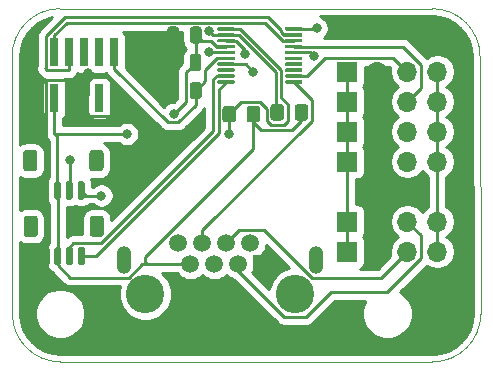
<source format=gbr>
G04 #@! TF.GenerationSoftware,KiCad,Pcbnew,(5.1.9)-1*
G04 #@! TF.CreationDate,2021-06-18T22:21:00-05:00*
G04 #@! TF.ProjectId,InputBoardSTM32,496e7075-7442-46f6-9172-6453544d3332,rev?*
G04 #@! TF.SameCoordinates,Original*
G04 #@! TF.FileFunction,Copper,L1,Top*
G04 #@! TF.FilePolarity,Positive*
%FSLAX46Y46*%
G04 Gerber Fmt 4.6, Leading zero omitted, Abs format (unit mm)*
G04 Created by KiCad (PCBNEW (5.1.9)-1) date 2021-06-18 22:21:00*
%MOMM*%
%LPD*%
G01*
G04 APERTURE LIST*
G04 #@! TA.AperFunction,Profile*
%ADD10C,0.050000*%
G04 #@! TD*
G04 #@! TA.AperFunction,ComponentPad*
%ADD11O,1.700000X1.700000*%
G04 #@! TD*
G04 #@! TA.AperFunction,ComponentPad*
%ADD12R,1.700000X1.700000*%
G04 #@! TD*
G04 #@! TA.AperFunction,SMDPad,CuDef*
%ADD13R,0.740000X2.400000*%
G04 #@! TD*
G04 #@! TA.AperFunction,ComponentPad*
%ADD14O,1.259000X2.362000*%
G04 #@! TD*
G04 #@! TA.AperFunction,ComponentPad*
%ADD15R,1.500000X1.500000*%
G04 #@! TD*
G04 #@! TA.AperFunction,ComponentPad*
%ADD16C,1.500000*%
G04 #@! TD*
G04 #@! TA.AperFunction,WasherPad*
%ADD17C,3.250000*%
G04 #@! TD*
G04 #@! TA.AperFunction,ViaPad*
%ADD18C,0.800000*%
G04 #@! TD*
G04 #@! TA.AperFunction,Conductor*
%ADD19C,0.250000*%
G04 #@! TD*
G04 #@! TA.AperFunction,Conductor*
%ADD20C,0.254000*%
G04 #@! TD*
G04 #@! TA.AperFunction,Conductor*
%ADD21C,0.100000*%
G04 #@! TD*
G04 APERTURE END LIST*
D10*
X132588000Y-110680500D02*
X132557520Y-88900000D01*
X136652000Y-114744500D02*
G75*
G02*
X132588000Y-110680500I0J4064000D01*
G01*
X168153080Y-114744500D02*
X136652000Y-114744500D01*
X172186600Y-88900000D02*
X172250164Y-110670340D01*
X172250164Y-110670340D02*
G75*
G02*
X168153080Y-114744500I-4074224J0D01*
G01*
X168122600Y-84836000D02*
X136621520Y-84836000D01*
X132557520Y-88900000D02*
G75*
G02*
X136621520Y-84836000I4064000J0D01*
G01*
X168122600Y-84836000D02*
G75*
G02*
X172186600Y-88900000I0J-4064000D01*
G01*
D11*
X168569640Y-95250000D03*
X166029640Y-95250000D03*
X163489640Y-95250000D03*
D12*
X160949640Y-95250000D03*
D11*
X168569640Y-97790000D03*
X166029640Y-97790000D03*
X163489640Y-97790000D03*
D12*
X160949640Y-97790000D03*
D11*
X168569640Y-92710000D03*
X166029640Y-92710000D03*
X163489640Y-92710000D03*
D12*
X160949640Y-92710000D03*
X160949640Y-90170000D03*
D11*
X163489640Y-90170000D03*
X166029640Y-90170000D03*
X168569640Y-90170000D03*
X168569640Y-102870000D03*
X166029640Y-102870000D03*
X163489640Y-102870000D03*
D12*
X160949640Y-102870000D03*
X160949640Y-105410000D03*
D11*
X163489640Y-105410000D03*
X166029640Y-105410000D03*
X168569640Y-105410000D03*
G04 #@! TA.AperFunction,SMDPad,CuDef*
G36*
G01*
X152418200Y-94226801D02*
X152418200Y-93326799D01*
G75*
G02*
X152668199Y-93076800I249999J0D01*
G01*
X153318201Y-93076800D01*
G75*
G02*
X153568200Y-93326799I0J-249999D01*
G01*
X153568200Y-94226801D01*
G75*
G02*
X153318201Y-94476800I-249999J0D01*
G01*
X152668199Y-94476800D01*
G75*
G02*
X152418200Y-94226801I0J249999D01*
G01*
G37*
G04 #@! TD.AperFunction*
G04 #@! TA.AperFunction,SMDPad,CuDef*
G36*
G01*
X150368200Y-94226801D02*
X150368200Y-93326799D01*
G75*
G02*
X150618199Y-93076800I249999J0D01*
G01*
X151268201Y-93076800D01*
G75*
G02*
X151518200Y-93326799I0J-249999D01*
G01*
X151518200Y-94226801D01*
G75*
G02*
X151268201Y-94476800I-249999J0D01*
G01*
X150618199Y-94476800D01*
G75*
G02*
X150368200Y-94226801I0J249999D01*
G01*
G37*
G04 #@! TD.AperFunction*
G04 #@! TA.AperFunction,SMDPad,CuDef*
G36*
G01*
X154432200Y-94074401D02*
X154432200Y-93174399D01*
G75*
G02*
X154682199Y-92924400I249999J0D01*
G01*
X155332201Y-92924400D01*
G75*
G02*
X155582200Y-93174399I0J-249999D01*
G01*
X155582200Y-94074401D01*
G75*
G02*
X155332201Y-94324400I-249999J0D01*
G01*
X154682199Y-94324400D01*
G75*
G02*
X154432200Y-94074401I0J249999D01*
G01*
G37*
G04 #@! TD.AperFunction*
G04 #@! TA.AperFunction,SMDPad,CuDef*
G36*
G01*
X156482200Y-94074401D02*
X156482200Y-93174399D01*
G75*
G02*
X156732199Y-92924400I249999J0D01*
G01*
X157382201Y-92924400D01*
G75*
G02*
X157632200Y-93174399I0J-249999D01*
G01*
X157632200Y-94074401D01*
G75*
G02*
X157382201Y-94324400I-249999J0D01*
G01*
X156732199Y-94324400D01*
G75*
G02*
X156482200Y-94074401I0J249999D01*
G01*
G37*
G04 #@! TD.AperFunction*
G04 #@! TA.AperFunction,SMDPad,CuDef*
G36*
G01*
X148617600Y-91295200D02*
X148617600Y-92245200D01*
G75*
G02*
X148367600Y-92495200I-250000J0D01*
G01*
X147867600Y-92495200D01*
G75*
G02*
X147617600Y-92245200I0J250000D01*
G01*
X147617600Y-91295200D01*
G75*
G02*
X147867600Y-91045200I250000J0D01*
G01*
X148367600Y-91045200D01*
G75*
G02*
X148617600Y-91295200I0J-250000D01*
G01*
G37*
G04 #@! TD.AperFunction*
G04 #@! TA.AperFunction,SMDPad,CuDef*
G36*
G01*
X146717600Y-91295200D02*
X146717600Y-92245200D01*
G75*
G02*
X146467600Y-92495200I-250000J0D01*
G01*
X145967600Y-92495200D01*
G75*
G02*
X145717600Y-92245200I0J250000D01*
G01*
X145717600Y-91295200D01*
G75*
G02*
X145967600Y-91045200I250000J0D01*
G01*
X146467600Y-91045200D01*
G75*
G02*
X146717600Y-91295200I0J-250000D01*
G01*
G37*
G04 #@! TD.AperFunction*
G04 #@! TA.AperFunction,SMDPad,CuDef*
G36*
G01*
X148592200Y-88933000D02*
X148592200Y-89883000D01*
G75*
G02*
X148342200Y-90133000I-250000J0D01*
G01*
X147842200Y-90133000D01*
G75*
G02*
X147592200Y-89883000I0J250000D01*
G01*
X147592200Y-88933000D01*
G75*
G02*
X147842200Y-88683000I250000J0D01*
G01*
X148342200Y-88683000D01*
G75*
G02*
X148592200Y-88933000I0J-250000D01*
G01*
G37*
G04 #@! TD.AperFunction*
G04 #@! TA.AperFunction,SMDPad,CuDef*
G36*
G01*
X146692200Y-88933000D02*
X146692200Y-89883000D01*
G75*
G02*
X146442200Y-90133000I-250000J0D01*
G01*
X145942200Y-90133000D01*
G75*
G02*
X145692200Y-89883000I0J250000D01*
G01*
X145692200Y-88933000D01*
G75*
G02*
X145942200Y-88683000I250000J0D01*
G01*
X146442200Y-88683000D01*
G75*
G02*
X146692200Y-88933000I0J-250000D01*
G01*
G37*
G04 #@! TD.AperFunction*
G04 #@! TA.AperFunction,SMDPad,CuDef*
G36*
G01*
X146717600Y-86596200D02*
X146717600Y-87546200D01*
G75*
G02*
X146467600Y-87796200I-250000J0D01*
G01*
X145967600Y-87796200D01*
G75*
G02*
X145717600Y-87546200I0J250000D01*
G01*
X145717600Y-86596200D01*
G75*
G02*
X145967600Y-86346200I250000J0D01*
G01*
X146467600Y-86346200D01*
G75*
G02*
X146717600Y-86596200I0J-250000D01*
G01*
G37*
G04 #@! TD.AperFunction*
G04 #@! TA.AperFunction,SMDPad,CuDef*
G36*
G01*
X148617600Y-86596200D02*
X148617600Y-87546200D01*
G75*
G02*
X148367600Y-87796200I-250000J0D01*
G01*
X147867600Y-87796200D01*
G75*
G02*
X147617600Y-87546200I0J250000D01*
G01*
X147617600Y-86596200D01*
G75*
G02*
X147867600Y-86346200I250000J0D01*
G01*
X148367600Y-86346200D01*
G75*
G02*
X148617600Y-86596200I0J-250000D01*
G01*
G37*
G04 #@! TD.AperFunction*
D13*
X141224000Y-88524800D03*
X141224000Y-92424800D03*
X139954000Y-88524800D03*
X139954000Y-92424800D03*
X138684000Y-88524800D03*
X138684000Y-92424800D03*
X137414000Y-88524800D03*
X137414000Y-92424800D03*
X136144000Y-88524800D03*
X136144000Y-92424800D03*
G04 #@! TA.AperFunction,SMDPad,CuDef*
G36*
G01*
X149943000Y-86623400D02*
X149943000Y-86473400D01*
G75*
G02*
X150018000Y-86398400I75000J0D01*
G01*
X151343000Y-86398400D01*
G75*
G02*
X151418000Y-86473400I0J-75000D01*
G01*
X151418000Y-86623400D01*
G75*
G02*
X151343000Y-86698400I-75000J0D01*
G01*
X150018000Y-86698400D01*
G75*
G02*
X149943000Y-86623400I0J75000D01*
G01*
G37*
G04 #@! TD.AperFunction*
G04 #@! TA.AperFunction,SMDPad,CuDef*
G36*
G01*
X149943000Y-87123400D02*
X149943000Y-86973400D01*
G75*
G02*
X150018000Y-86898400I75000J0D01*
G01*
X151343000Y-86898400D01*
G75*
G02*
X151418000Y-86973400I0J-75000D01*
G01*
X151418000Y-87123400D01*
G75*
G02*
X151343000Y-87198400I-75000J0D01*
G01*
X150018000Y-87198400D01*
G75*
G02*
X149943000Y-87123400I0J75000D01*
G01*
G37*
G04 #@! TD.AperFunction*
G04 #@! TA.AperFunction,SMDPad,CuDef*
G36*
G01*
X149943000Y-87623400D02*
X149943000Y-87473400D01*
G75*
G02*
X150018000Y-87398400I75000J0D01*
G01*
X151343000Y-87398400D01*
G75*
G02*
X151418000Y-87473400I0J-75000D01*
G01*
X151418000Y-87623400D01*
G75*
G02*
X151343000Y-87698400I-75000J0D01*
G01*
X150018000Y-87698400D01*
G75*
G02*
X149943000Y-87623400I0J75000D01*
G01*
G37*
G04 #@! TD.AperFunction*
G04 #@! TA.AperFunction,SMDPad,CuDef*
G36*
G01*
X149943000Y-88123400D02*
X149943000Y-87973400D01*
G75*
G02*
X150018000Y-87898400I75000J0D01*
G01*
X151343000Y-87898400D01*
G75*
G02*
X151418000Y-87973400I0J-75000D01*
G01*
X151418000Y-88123400D01*
G75*
G02*
X151343000Y-88198400I-75000J0D01*
G01*
X150018000Y-88198400D01*
G75*
G02*
X149943000Y-88123400I0J75000D01*
G01*
G37*
G04 #@! TD.AperFunction*
G04 #@! TA.AperFunction,SMDPad,CuDef*
G36*
G01*
X149943000Y-88623400D02*
X149943000Y-88473400D01*
G75*
G02*
X150018000Y-88398400I75000J0D01*
G01*
X151343000Y-88398400D01*
G75*
G02*
X151418000Y-88473400I0J-75000D01*
G01*
X151418000Y-88623400D01*
G75*
G02*
X151343000Y-88698400I-75000J0D01*
G01*
X150018000Y-88698400D01*
G75*
G02*
X149943000Y-88623400I0J75000D01*
G01*
G37*
G04 #@! TD.AperFunction*
G04 #@! TA.AperFunction,SMDPad,CuDef*
G36*
G01*
X149943000Y-89123400D02*
X149943000Y-88973400D01*
G75*
G02*
X150018000Y-88898400I75000J0D01*
G01*
X151343000Y-88898400D01*
G75*
G02*
X151418000Y-88973400I0J-75000D01*
G01*
X151418000Y-89123400D01*
G75*
G02*
X151343000Y-89198400I-75000J0D01*
G01*
X150018000Y-89198400D01*
G75*
G02*
X149943000Y-89123400I0J75000D01*
G01*
G37*
G04 #@! TD.AperFunction*
G04 #@! TA.AperFunction,SMDPad,CuDef*
G36*
G01*
X149943000Y-89623400D02*
X149943000Y-89473400D01*
G75*
G02*
X150018000Y-89398400I75000J0D01*
G01*
X151343000Y-89398400D01*
G75*
G02*
X151418000Y-89473400I0J-75000D01*
G01*
X151418000Y-89623400D01*
G75*
G02*
X151343000Y-89698400I-75000J0D01*
G01*
X150018000Y-89698400D01*
G75*
G02*
X149943000Y-89623400I0J75000D01*
G01*
G37*
G04 #@! TD.AperFunction*
G04 #@! TA.AperFunction,SMDPad,CuDef*
G36*
G01*
X149943000Y-90123400D02*
X149943000Y-89973400D01*
G75*
G02*
X150018000Y-89898400I75000J0D01*
G01*
X151343000Y-89898400D01*
G75*
G02*
X151418000Y-89973400I0J-75000D01*
G01*
X151418000Y-90123400D01*
G75*
G02*
X151343000Y-90198400I-75000J0D01*
G01*
X150018000Y-90198400D01*
G75*
G02*
X149943000Y-90123400I0J75000D01*
G01*
G37*
G04 #@! TD.AperFunction*
G04 #@! TA.AperFunction,SMDPad,CuDef*
G36*
G01*
X149943000Y-90623400D02*
X149943000Y-90473400D01*
G75*
G02*
X150018000Y-90398400I75000J0D01*
G01*
X151343000Y-90398400D01*
G75*
G02*
X151418000Y-90473400I0J-75000D01*
G01*
X151418000Y-90623400D01*
G75*
G02*
X151343000Y-90698400I-75000J0D01*
G01*
X150018000Y-90698400D01*
G75*
G02*
X149943000Y-90623400I0J75000D01*
G01*
G37*
G04 #@! TD.AperFunction*
G04 #@! TA.AperFunction,SMDPad,CuDef*
G36*
G01*
X149943000Y-91123400D02*
X149943000Y-90973400D01*
G75*
G02*
X150018000Y-90898400I75000J0D01*
G01*
X151343000Y-90898400D01*
G75*
G02*
X151418000Y-90973400I0J-75000D01*
G01*
X151418000Y-91123400D01*
G75*
G02*
X151343000Y-91198400I-75000J0D01*
G01*
X150018000Y-91198400D01*
G75*
G02*
X149943000Y-91123400I0J75000D01*
G01*
G37*
G04 #@! TD.AperFunction*
G04 #@! TA.AperFunction,SMDPad,CuDef*
G36*
G01*
X155668000Y-91123400D02*
X155668000Y-90973400D01*
G75*
G02*
X155743000Y-90898400I75000J0D01*
G01*
X157068000Y-90898400D01*
G75*
G02*
X157143000Y-90973400I0J-75000D01*
G01*
X157143000Y-91123400D01*
G75*
G02*
X157068000Y-91198400I-75000J0D01*
G01*
X155743000Y-91198400D01*
G75*
G02*
X155668000Y-91123400I0J75000D01*
G01*
G37*
G04 #@! TD.AperFunction*
G04 #@! TA.AperFunction,SMDPad,CuDef*
G36*
G01*
X155668000Y-90623400D02*
X155668000Y-90473400D01*
G75*
G02*
X155743000Y-90398400I75000J0D01*
G01*
X157068000Y-90398400D01*
G75*
G02*
X157143000Y-90473400I0J-75000D01*
G01*
X157143000Y-90623400D01*
G75*
G02*
X157068000Y-90698400I-75000J0D01*
G01*
X155743000Y-90698400D01*
G75*
G02*
X155668000Y-90623400I0J75000D01*
G01*
G37*
G04 #@! TD.AperFunction*
G04 #@! TA.AperFunction,SMDPad,CuDef*
G36*
G01*
X155668000Y-90123400D02*
X155668000Y-89973400D01*
G75*
G02*
X155743000Y-89898400I75000J0D01*
G01*
X157068000Y-89898400D01*
G75*
G02*
X157143000Y-89973400I0J-75000D01*
G01*
X157143000Y-90123400D01*
G75*
G02*
X157068000Y-90198400I-75000J0D01*
G01*
X155743000Y-90198400D01*
G75*
G02*
X155668000Y-90123400I0J75000D01*
G01*
G37*
G04 #@! TD.AperFunction*
G04 #@! TA.AperFunction,SMDPad,CuDef*
G36*
G01*
X155668000Y-89623400D02*
X155668000Y-89473400D01*
G75*
G02*
X155743000Y-89398400I75000J0D01*
G01*
X157068000Y-89398400D01*
G75*
G02*
X157143000Y-89473400I0J-75000D01*
G01*
X157143000Y-89623400D01*
G75*
G02*
X157068000Y-89698400I-75000J0D01*
G01*
X155743000Y-89698400D01*
G75*
G02*
X155668000Y-89623400I0J75000D01*
G01*
G37*
G04 #@! TD.AperFunction*
G04 #@! TA.AperFunction,SMDPad,CuDef*
G36*
G01*
X155668000Y-89123400D02*
X155668000Y-88973400D01*
G75*
G02*
X155743000Y-88898400I75000J0D01*
G01*
X157068000Y-88898400D01*
G75*
G02*
X157143000Y-88973400I0J-75000D01*
G01*
X157143000Y-89123400D01*
G75*
G02*
X157068000Y-89198400I-75000J0D01*
G01*
X155743000Y-89198400D01*
G75*
G02*
X155668000Y-89123400I0J75000D01*
G01*
G37*
G04 #@! TD.AperFunction*
G04 #@! TA.AperFunction,SMDPad,CuDef*
G36*
G01*
X155668000Y-88623400D02*
X155668000Y-88473400D01*
G75*
G02*
X155743000Y-88398400I75000J0D01*
G01*
X157068000Y-88398400D01*
G75*
G02*
X157143000Y-88473400I0J-75000D01*
G01*
X157143000Y-88623400D01*
G75*
G02*
X157068000Y-88698400I-75000J0D01*
G01*
X155743000Y-88698400D01*
G75*
G02*
X155668000Y-88623400I0J75000D01*
G01*
G37*
G04 #@! TD.AperFunction*
G04 #@! TA.AperFunction,SMDPad,CuDef*
G36*
G01*
X155668000Y-88123400D02*
X155668000Y-87973400D01*
G75*
G02*
X155743000Y-87898400I75000J0D01*
G01*
X157068000Y-87898400D01*
G75*
G02*
X157143000Y-87973400I0J-75000D01*
G01*
X157143000Y-88123400D01*
G75*
G02*
X157068000Y-88198400I-75000J0D01*
G01*
X155743000Y-88198400D01*
G75*
G02*
X155668000Y-88123400I0J75000D01*
G01*
G37*
G04 #@! TD.AperFunction*
G04 #@! TA.AperFunction,SMDPad,CuDef*
G36*
G01*
X155668000Y-87623400D02*
X155668000Y-87473400D01*
G75*
G02*
X155743000Y-87398400I75000J0D01*
G01*
X157068000Y-87398400D01*
G75*
G02*
X157143000Y-87473400I0J-75000D01*
G01*
X157143000Y-87623400D01*
G75*
G02*
X157068000Y-87698400I-75000J0D01*
G01*
X155743000Y-87698400D01*
G75*
G02*
X155668000Y-87623400I0J75000D01*
G01*
G37*
G04 #@! TD.AperFunction*
G04 #@! TA.AperFunction,SMDPad,CuDef*
G36*
G01*
X155668000Y-87123400D02*
X155668000Y-86973400D01*
G75*
G02*
X155743000Y-86898400I75000J0D01*
G01*
X157068000Y-86898400D01*
G75*
G02*
X157143000Y-86973400I0J-75000D01*
G01*
X157143000Y-87123400D01*
G75*
G02*
X157068000Y-87198400I-75000J0D01*
G01*
X155743000Y-87198400D01*
G75*
G02*
X155668000Y-87123400I0J75000D01*
G01*
G37*
G04 #@! TD.AperFunction*
G04 #@! TA.AperFunction,SMDPad,CuDef*
G36*
G01*
X155668000Y-86623400D02*
X155668000Y-86473400D01*
G75*
G02*
X155743000Y-86398400I75000J0D01*
G01*
X157068000Y-86398400D01*
G75*
G02*
X157143000Y-86473400I0J-75000D01*
G01*
X157143000Y-86623400D01*
G75*
G02*
X157068000Y-86698400I-75000J0D01*
G01*
X155743000Y-86698400D01*
G75*
G02*
X155668000Y-86623400I0J75000D01*
G01*
G37*
G04 #@! TD.AperFunction*
G04 #@! TA.AperFunction,SMDPad,CuDef*
G36*
G01*
X135106000Y-100857600D02*
X135106000Y-99607600D01*
G75*
G02*
X135256000Y-99457600I150000J0D01*
G01*
X135556000Y-99457600D01*
G75*
G02*
X135706000Y-99607600I0J-150000D01*
G01*
X135706000Y-100857600D01*
G75*
G02*
X135556000Y-101007600I-150000J0D01*
G01*
X135256000Y-101007600D01*
G75*
G02*
X135106000Y-100857600I0J150000D01*
G01*
G37*
G04 #@! TD.AperFunction*
G04 #@! TA.AperFunction,SMDPad,CuDef*
G36*
G01*
X136106000Y-100857600D02*
X136106000Y-99607600D01*
G75*
G02*
X136256000Y-99457600I150000J0D01*
G01*
X136556000Y-99457600D01*
G75*
G02*
X136706000Y-99607600I0J-150000D01*
G01*
X136706000Y-100857600D01*
G75*
G02*
X136556000Y-101007600I-150000J0D01*
G01*
X136256000Y-101007600D01*
G75*
G02*
X136106000Y-100857600I0J150000D01*
G01*
G37*
G04 #@! TD.AperFunction*
G04 #@! TA.AperFunction,SMDPad,CuDef*
G36*
G01*
X137106000Y-100857600D02*
X137106000Y-99607600D01*
G75*
G02*
X137256000Y-99457600I150000J0D01*
G01*
X137556000Y-99457600D01*
G75*
G02*
X137706000Y-99607600I0J-150000D01*
G01*
X137706000Y-100857600D01*
G75*
G02*
X137556000Y-101007600I-150000J0D01*
G01*
X137256000Y-101007600D01*
G75*
G02*
X137106000Y-100857600I0J150000D01*
G01*
G37*
G04 #@! TD.AperFunction*
G04 #@! TA.AperFunction,SMDPad,CuDef*
G36*
G01*
X138106000Y-100857600D02*
X138106000Y-99607600D01*
G75*
G02*
X138256000Y-99457600I150000J0D01*
G01*
X138556000Y-99457600D01*
G75*
G02*
X138706000Y-99607600I0J-150000D01*
G01*
X138706000Y-100857600D01*
G75*
G02*
X138556000Y-101007600I-150000J0D01*
G01*
X138256000Y-101007600D01*
G75*
G02*
X138106000Y-100857600I0J150000D01*
G01*
G37*
G04 #@! TD.AperFunction*
G04 #@! TA.AperFunction,SMDPad,CuDef*
G36*
G01*
X133506000Y-98357601D02*
X133506000Y-97057599D01*
G75*
G02*
X133755999Y-96807600I249999J0D01*
G01*
X134456001Y-96807600D01*
G75*
G02*
X134706000Y-97057599I0J-249999D01*
G01*
X134706000Y-98357601D01*
G75*
G02*
X134456001Y-98607600I-249999J0D01*
G01*
X133755999Y-98607600D01*
G75*
G02*
X133506000Y-98357601I0J249999D01*
G01*
G37*
G04 #@! TD.AperFunction*
G04 #@! TA.AperFunction,SMDPad,CuDef*
G36*
G01*
X139106000Y-98357601D02*
X139106000Y-97057599D01*
G75*
G02*
X139355999Y-96807600I249999J0D01*
G01*
X140056001Y-96807600D01*
G75*
G02*
X140306000Y-97057599I0J-249999D01*
G01*
X140306000Y-98357601D01*
G75*
G02*
X140056001Y-98607600I-249999J0D01*
G01*
X139355999Y-98607600D01*
G75*
G02*
X139106000Y-98357601I0J249999D01*
G01*
G37*
G04 #@! TD.AperFunction*
G04 #@! TA.AperFunction,SMDPad,CuDef*
G36*
G01*
X139131400Y-103920201D02*
X139131400Y-102620199D01*
G75*
G02*
X139381399Y-102370200I249999J0D01*
G01*
X140081401Y-102370200D01*
G75*
G02*
X140331400Y-102620199I0J-249999D01*
G01*
X140331400Y-103920201D01*
G75*
G02*
X140081401Y-104170200I-249999J0D01*
G01*
X139381399Y-104170200D01*
G75*
G02*
X139131400Y-103920201I0J249999D01*
G01*
G37*
G04 #@! TD.AperFunction*
G04 #@! TA.AperFunction,SMDPad,CuDef*
G36*
G01*
X133531400Y-103920201D02*
X133531400Y-102620199D01*
G75*
G02*
X133781399Y-102370200I249999J0D01*
G01*
X134481401Y-102370200D01*
G75*
G02*
X134731400Y-102620199I0J-249999D01*
G01*
X134731400Y-103920201D01*
G75*
G02*
X134481401Y-104170200I-249999J0D01*
G01*
X133781399Y-104170200D01*
G75*
G02*
X133531400Y-103920201I0J249999D01*
G01*
G37*
G04 #@! TD.AperFunction*
G04 #@! TA.AperFunction,SMDPad,CuDef*
G36*
G01*
X138131400Y-106420200D02*
X138131400Y-105170200D01*
G75*
G02*
X138281400Y-105020200I150000J0D01*
G01*
X138581400Y-105020200D01*
G75*
G02*
X138731400Y-105170200I0J-150000D01*
G01*
X138731400Y-106420200D01*
G75*
G02*
X138581400Y-106570200I-150000J0D01*
G01*
X138281400Y-106570200D01*
G75*
G02*
X138131400Y-106420200I0J150000D01*
G01*
G37*
G04 #@! TD.AperFunction*
G04 #@! TA.AperFunction,SMDPad,CuDef*
G36*
G01*
X137131400Y-106420200D02*
X137131400Y-105170200D01*
G75*
G02*
X137281400Y-105020200I150000J0D01*
G01*
X137581400Y-105020200D01*
G75*
G02*
X137731400Y-105170200I0J-150000D01*
G01*
X137731400Y-106420200D01*
G75*
G02*
X137581400Y-106570200I-150000J0D01*
G01*
X137281400Y-106570200D01*
G75*
G02*
X137131400Y-106420200I0J150000D01*
G01*
G37*
G04 #@! TD.AperFunction*
G04 #@! TA.AperFunction,SMDPad,CuDef*
G36*
G01*
X136131400Y-106420200D02*
X136131400Y-105170200D01*
G75*
G02*
X136281400Y-105020200I150000J0D01*
G01*
X136581400Y-105020200D01*
G75*
G02*
X136731400Y-105170200I0J-150000D01*
G01*
X136731400Y-106420200D01*
G75*
G02*
X136581400Y-106570200I-150000J0D01*
G01*
X136281400Y-106570200D01*
G75*
G02*
X136131400Y-106420200I0J150000D01*
G01*
G37*
G04 #@! TD.AperFunction*
G04 #@! TA.AperFunction,SMDPad,CuDef*
G36*
G01*
X135131400Y-106420200D02*
X135131400Y-105170200D01*
G75*
G02*
X135281400Y-105020200I150000J0D01*
G01*
X135581400Y-105020200D01*
G75*
G02*
X135731400Y-105170200I0J-150000D01*
G01*
X135731400Y-106420200D01*
G75*
G02*
X135581400Y-106570200I-150000J0D01*
G01*
X135281400Y-106570200D01*
G75*
G02*
X135131400Y-106420200I0J150000D01*
G01*
G37*
G04 #@! TD.AperFunction*
D14*
X158323280Y-106097070D03*
X142063280Y-106097070D03*
D15*
X153742580Y-106459020D03*
D16*
X152722580Y-104679020D03*
X151712580Y-106459020D03*
X150692580Y-104679020D03*
X149682580Y-106459020D03*
X148662580Y-104679020D03*
X147652580Y-106459020D03*
X146632580Y-104679020D03*
D17*
X156543280Y-108999020D03*
X143843280Y-108999020D03*
D18*
X149199600Y-88519000D03*
X144830800Y-88874600D03*
X138963400Y-90324802D03*
X146278600Y-93751400D03*
X142290800Y-95453200D03*
X152273000Y-88646000D03*
X158343600Y-86487000D03*
X158140400Y-88874600D03*
X152998010Y-90221250D03*
X137490200Y-97612200D03*
X149275800Y-86746200D03*
X150952200Y-95427800D03*
X140131800Y-100660200D03*
D19*
X149229000Y-88548400D02*
X149199600Y-88519000D01*
X150680500Y-88548400D02*
X149229000Y-88548400D01*
X163489640Y-90170000D02*
X163489640Y-92710000D01*
X163489640Y-92710000D02*
X163489640Y-95250000D01*
X163489640Y-95250000D02*
X163489640Y-97790000D01*
X135406000Y-91007798D02*
X135406000Y-100232600D01*
X135513999Y-90899799D02*
X135406000Y-91007798D01*
X137338999Y-90899799D02*
X135513999Y-90899799D01*
X137414000Y-90974800D02*
X137338999Y-90899799D01*
X137414000Y-92424800D02*
X137414000Y-90974800D01*
X141224000Y-93874800D02*
X141224000Y-92424800D01*
X141148999Y-93949801D02*
X141224000Y-93874800D01*
X138759001Y-93949801D02*
X141148999Y-93949801D01*
X138684000Y-93874800D02*
X138759001Y-93949801D01*
X138684000Y-92424800D02*
X138684000Y-93874800D01*
X137414000Y-92424800D02*
X138684000Y-92424800D01*
X146217600Y-89433400D02*
X146192200Y-89408000D01*
X146217600Y-91770200D02*
X146217600Y-89433400D01*
X145658800Y-88874600D02*
X146192200Y-89408000D01*
X144830800Y-88874600D02*
X145658800Y-88874600D01*
X144830800Y-88458000D02*
X146217600Y-87071200D01*
X144830800Y-88874600D02*
X144830800Y-88458000D01*
X138963400Y-92145400D02*
X138684000Y-92424800D01*
X138963400Y-90324802D02*
X138963400Y-92145400D01*
X160949640Y-90170000D02*
X160949640Y-92710000D01*
X160949640Y-92710000D02*
X160949640Y-95250000D01*
X160949640Y-95250000D02*
X160949640Y-97790000D01*
X160949640Y-105410000D02*
X160949640Y-102870000D01*
X160949640Y-102870000D02*
X160949640Y-97790000D01*
X168569640Y-90170000D02*
X168569640Y-92710000D01*
X168569640Y-92710000D02*
X168569640Y-95250000D01*
X168569640Y-95250000D02*
X168569640Y-97790000D01*
X168569640Y-102870000D02*
X168569640Y-97790000D01*
X168569640Y-105410000D02*
X168569640Y-102870000D01*
X136431400Y-100258000D02*
X136406000Y-100232600D01*
X136431400Y-105795200D02*
X136431400Y-100258000D01*
X142458650Y-107603080D02*
X143602710Y-106459020D01*
X137464280Y-107603080D02*
X142458650Y-107603080D01*
X136431400Y-106570200D02*
X137464280Y-107603080D01*
X136431400Y-105795200D02*
X136431400Y-106570200D01*
X152993200Y-94476800D02*
X152993200Y-93776800D01*
X156282179Y-95099421D02*
X153615821Y-95099421D01*
X157057200Y-93624400D02*
X157057200Y-94324400D01*
X157057200Y-94324400D02*
X156282179Y-95099421D01*
X153615821Y-95099421D02*
X152993200Y-94476800D01*
X141224000Y-88524800D02*
X141390810Y-88357990D01*
X148092200Y-87096600D02*
X148117600Y-87071200D01*
X148092200Y-89408000D02*
X148092200Y-87096600D01*
X152993200Y-96727398D02*
X143840200Y-105880398D01*
X152993200Y-93776800D02*
X152993200Y-96727398D01*
X143840200Y-106273600D02*
X144025620Y-106459020D01*
X143840200Y-105880398D02*
X143840200Y-106273600D01*
X144025620Y-106459020D02*
X147652580Y-106459020D01*
X143602710Y-106459020D02*
X144025620Y-106459020D01*
X136144000Y-92424800D02*
X136144000Y-95429180D01*
X149877298Y-88048400D02*
X150680500Y-88048400D01*
X148117600Y-87071200D02*
X148616429Y-87570029D01*
X148616429Y-87570029D02*
X149398927Y-87570029D01*
X149398927Y-87570029D02*
X149877298Y-88048400D01*
X147292590Y-92737410D02*
X146278600Y-93751400D01*
X147292590Y-90207610D02*
X147292590Y-92737410D01*
X148092200Y-89408000D02*
X147292590Y-90207610D01*
X136168020Y-95453200D02*
X136144000Y-95429180D01*
X142290800Y-95453200D02*
X136168020Y-95453200D01*
X136406000Y-95691180D02*
X136168020Y-95453200D01*
X136406000Y-100232600D02*
X136406000Y-95691180D01*
X151483702Y-87548400D02*
X152273000Y-88337698D01*
X150680500Y-87548400D02*
X151483702Y-87548400D01*
X152273000Y-88337698D02*
X152273000Y-88646000D01*
X157957210Y-92600110D02*
X156405500Y-91048400D01*
X157957210Y-94312580D02*
X157957210Y-92600110D01*
X148662580Y-103607210D02*
X157957210Y-94312580D01*
X148662580Y-104679020D02*
X148662580Y-103607210D01*
X158282200Y-86548400D02*
X158343600Y-86487000D01*
X156405500Y-86548400D02*
X158282200Y-86548400D01*
X151767581Y-103604019D02*
X150692580Y-104679020D01*
X157927910Y-107603080D02*
X153928849Y-103604019D01*
X153928849Y-103604019D02*
X151767581Y-103604019D01*
X163836560Y-107603080D02*
X157927910Y-107603080D01*
X166029640Y-105410000D02*
X163836560Y-107603080D01*
X155607279Y-110949021D02*
X151712580Y-107054322D01*
X157479281Y-110949021D02*
X155607279Y-110949021D01*
X151712580Y-107054322D02*
X151712580Y-106459020D01*
X159575303Y-108852999D02*
X157479281Y-110949021D01*
X164325643Y-108852999D02*
X159575303Y-108852999D01*
X167204641Y-105974001D02*
X164325643Y-108852999D01*
X167204641Y-104045001D02*
X167204641Y-105974001D01*
X166029640Y-102870000D02*
X167204641Y-104045001D01*
X157814200Y-88548400D02*
X158140400Y-88874600D01*
X156405500Y-88548400D02*
X157814200Y-88548400D01*
X167204641Y-91534999D02*
X166029640Y-92710000D01*
X165647042Y-88048400D02*
X167204641Y-89605999D01*
X167204641Y-89605999D02*
X167204641Y-91534999D01*
X156405500Y-88048400D02*
X165647042Y-88048400D01*
X150680500Y-89548400D02*
X152325160Y-89548400D01*
X152325160Y-89548400D02*
X152998010Y-90221250D01*
X156405500Y-90548400D02*
X157539604Y-90548400D01*
X164854639Y-88994999D02*
X166029640Y-90170000D01*
X157539604Y-90548400D02*
X159093005Y-88994999D01*
X159093005Y-88994999D02*
X164854639Y-88994999D01*
X154892979Y-93510179D02*
X154892979Y-90192975D01*
X155007200Y-93624400D02*
X154892979Y-93510179D01*
X154892979Y-90192975D02*
X151748404Y-87048400D01*
X151748404Y-87048400D02*
X150680500Y-87048400D01*
X137490200Y-100148400D02*
X137406000Y-100232600D01*
X137490200Y-97612200D02*
X137490200Y-100148400D01*
X149578000Y-87048400D02*
X149275800Y-86746200D01*
X150680500Y-87048400D02*
X149578000Y-87048400D01*
X153556380Y-92751790D02*
X151968210Y-92751790D01*
X154107190Y-93302600D02*
X153556380Y-92751790D01*
X155342990Y-90006575D02*
X155342990Y-92372000D01*
X154444020Y-94649410D02*
X154107190Y-94312580D01*
X155570380Y-94649410D02*
X154444020Y-94649410D01*
X155907210Y-94312580D02*
X155570380Y-94649410D01*
X151968210Y-92751790D02*
X150943200Y-93776800D01*
X151884815Y-86548400D02*
X155342990Y-90006575D01*
X154107190Y-94312580D02*
X154107190Y-93302600D01*
X155907210Y-92936220D02*
X155907210Y-94312580D01*
X155342990Y-92372000D02*
X155907210Y-92936220D01*
X150680500Y-86548400D02*
X151884815Y-86548400D01*
X150943200Y-95418800D02*
X150952200Y-95427800D01*
X150943200Y-93776800D02*
X150943200Y-95418800D01*
X138833600Y-100660200D02*
X138406000Y-100232600D01*
X140131800Y-100660200D02*
X138833600Y-100660200D01*
X150680500Y-90548400D02*
X149877298Y-90548400D01*
X137756410Y-104695190D02*
X137431400Y-105020200D01*
X149877298Y-90548400D02*
X149593179Y-90832519D01*
X149593179Y-90832519D02*
X149593179Y-95221611D01*
X149593179Y-95221611D02*
X140119600Y-104695190D01*
X140119600Y-104695190D02*
X137756410Y-104695190D01*
X137431400Y-105020200D02*
X137431400Y-105795200D01*
X139656001Y-105795200D02*
X138431400Y-105795200D01*
X150043190Y-95408011D02*
X139656001Y-105795200D01*
X150043190Y-91685710D02*
X150043190Y-95408011D01*
X150680500Y-91048400D02*
X150043190Y-91685710D01*
X149877298Y-89048400D02*
X150680500Y-89048400D01*
X148917210Y-90008488D02*
X149877298Y-89048400D01*
X148917210Y-90970590D02*
X148917210Y-90008488D01*
X148117600Y-91770200D02*
X148917210Y-90970590D01*
X148117600Y-91770200D02*
X148117600Y-92985404D01*
X148117600Y-92985404D02*
X146626602Y-94476402D01*
X146626602Y-94476402D02*
X145725602Y-94476402D01*
X145725602Y-94476402D02*
X141224000Y-89974800D01*
X141224000Y-89974800D02*
X141224000Y-88524800D01*
X155465887Y-87548400D02*
X156405500Y-87548400D01*
X153938677Y-86021190D02*
X155465887Y-87548400D01*
X137197610Y-86021190D02*
X153938677Y-86021190D01*
X136144000Y-87074800D02*
X137197610Y-86021190D01*
X136144000Y-88524800D02*
X136144000Y-87074800D01*
X155602298Y-87048400D02*
X156405500Y-87048400D01*
X135513999Y-90049801D02*
X135356600Y-89892402D01*
X137414000Y-88524800D02*
X137414000Y-89974800D01*
X155342990Y-86789092D02*
X155602298Y-87048400D01*
X137414000Y-89974800D02*
X137338999Y-90049801D01*
X155342990Y-86652682D02*
X155342990Y-86789092D01*
X154261489Y-85571181D02*
X155342990Y-86652682D01*
X137338999Y-90049801D02*
X135513999Y-90049801D01*
X137011210Y-85571180D02*
X154261489Y-85571181D01*
X135356600Y-89892402D02*
X135448999Y-89892402D01*
X135448999Y-89892402D02*
X135448999Y-87133391D01*
X135448999Y-87133391D02*
X137011210Y-85571180D01*
D20*
X168783158Y-85563933D02*
X169418560Y-85755772D01*
X170004594Y-86067373D01*
X170518947Y-86486870D01*
X170942019Y-86998275D01*
X171257704Y-87582123D01*
X171453975Y-88216170D01*
X171526619Y-88907340D01*
X171590070Y-110639017D01*
X171522036Y-111332885D01*
X171329620Y-111970196D01*
X171017084Y-112557991D01*
X170596331Y-113073886D01*
X170083378Y-113498237D01*
X169497781Y-113814868D01*
X168861825Y-114011730D01*
X168169575Y-114084488D01*
X168152630Y-114084500D01*
X136684278Y-114084500D01*
X135991442Y-114016567D01*
X135356042Y-113824728D01*
X134770009Y-113513130D01*
X134255653Y-113093630D01*
X133832581Y-112582225D01*
X133516897Y-111998378D01*
X133320625Y-111364330D01*
X133247990Y-110673248D01*
X133247703Y-110467721D01*
X134503000Y-110467721D01*
X134503000Y-110888279D01*
X134585047Y-111300756D01*
X134745988Y-111689302D01*
X134979637Y-112038983D01*
X135277017Y-112336363D01*
X135626698Y-112570012D01*
X136015244Y-112730953D01*
X136427721Y-112813000D01*
X136848279Y-112813000D01*
X137260756Y-112730953D01*
X137649302Y-112570012D01*
X137998983Y-112336363D01*
X138296363Y-112038983D01*
X138530012Y-111689302D01*
X138690953Y-111300756D01*
X138773000Y-110888279D01*
X138773000Y-110467721D01*
X138690953Y-110055244D01*
X138530012Y-109666698D01*
X138296363Y-109317017D01*
X137998983Y-109019637D01*
X137649302Y-108785988D01*
X137260756Y-108625047D01*
X136848279Y-108543000D01*
X136427721Y-108543000D01*
X136015244Y-108625047D01*
X135626698Y-108785988D01*
X135277017Y-109019637D01*
X134979637Y-109317017D01*
X134745988Y-109666698D01*
X134585047Y-110055244D01*
X134503000Y-110467721D01*
X133247703Y-110467721D01*
X133239517Y-104618805D01*
X133288013Y-104658605D01*
X133441549Y-104740672D01*
X133608145Y-104791208D01*
X133781399Y-104808272D01*
X134481401Y-104808272D01*
X134654655Y-104791208D01*
X134821251Y-104740672D01*
X134974787Y-104658605D01*
X135109362Y-104548162D01*
X135219805Y-104413587D01*
X135301872Y-104260051D01*
X135352408Y-104093455D01*
X135369472Y-103920201D01*
X135369472Y-102620199D01*
X135352408Y-102446945D01*
X135301872Y-102280349D01*
X135219805Y-102126813D01*
X135109362Y-101992238D01*
X134974787Y-101881795D01*
X134821251Y-101799728D01*
X134654655Y-101749192D01*
X134481401Y-101732128D01*
X133781399Y-101732128D01*
X133608145Y-101749192D01*
X133441549Y-101799728D01*
X133288013Y-101881795D01*
X133235747Y-101924689D01*
X133231753Y-99070679D01*
X133262613Y-99096005D01*
X133416149Y-99178072D01*
X133582745Y-99228608D01*
X133755999Y-99245672D01*
X134456001Y-99245672D01*
X134629255Y-99228608D01*
X134795851Y-99178072D01*
X134949387Y-99096005D01*
X135083962Y-98985562D01*
X135194405Y-98850987D01*
X135276472Y-98697451D01*
X135327008Y-98530855D01*
X135344072Y-98357601D01*
X135344072Y-97057599D01*
X135327008Y-96884345D01*
X135276472Y-96717749D01*
X135194405Y-96564213D01*
X135083962Y-96429638D01*
X134949387Y-96319195D01*
X134795851Y-96237128D01*
X134629255Y-96186592D01*
X134456001Y-96169528D01*
X133755999Y-96169528D01*
X133582745Y-96186592D01*
X133416149Y-96237128D01*
X133262613Y-96319195D01*
X133227942Y-96347649D01*
X133217564Y-88931828D01*
X133285453Y-88239442D01*
X133477292Y-87604040D01*
X133788893Y-87018006D01*
X134208390Y-86503653D01*
X134719795Y-86080581D01*
X135303643Y-85764896D01*
X135937690Y-85568625D01*
X135939113Y-85568476D01*
X134937997Y-86569592D01*
X134908999Y-86593390D01*
X134885201Y-86622388D01*
X134885200Y-86622389D01*
X134814025Y-86709115D01*
X134743453Y-86841145D01*
X134725778Y-86899414D01*
X134699997Y-86984405D01*
X134695174Y-87033373D01*
X134685323Y-87133391D01*
X134689000Y-87170723D01*
X134688999Y-89529166D01*
X134651054Y-89600155D01*
X134607597Y-89743416D01*
X134592923Y-89892402D01*
X134607597Y-90041388D01*
X134651054Y-90184649D01*
X134721626Y-90316678D01*
X134816599Y-90432403D01*
X134845603Y-90456206D01*
X134950195Y-90560798D01*
X134973998Y-90589802D01*
X135089723Y-90684775D01*
X135221752Y-90755347D01*
X135314675Y-90783534D01*
X135243463Y-90870306D01*
X135184498Y-90980620D01*
X135148188Y-91100318D01*
X135135928Y-91224800D01*
X135135928Y-93624800D01*
X135148188Y-93749282D01*
X135184498Y-93868980D01*
X135243463Y-93979294D01*
X135322815Y-94075985D01*
X135384001Y-94126199D01*
X135384001Y-95391848D01*
X135380324Y-95429180D01*
X135394998Y-95578165D01*
X135438454Y-95721426D01*
X135509026Y-95853456D01*
X135580201Y-95940182D01*
X135604000Y-95969181D01*
X135617190Y-95980006D01*
X135628019Y-95993201D01*
X135646001Y-96007958D01*
X135646000Y-99114624D01*
X135600742Y-99169771D01*
X135527916Y-99306018D01*
X135483071Y-99453855D01*
X135467928Y-99607600D01*
X135467928Y-100857600D01*
X135483071Y-101011345D01*
X135527916Y-101159182D01*
X135600742Y-101295429D01*
X135671401Y-101381527D01*
X135671400Y-104677224D01*
X135626142Y-104732371D01*
X135553316Y-104868618D01*
X135508471Y-105016455D01*
X135493328Y-105170200D01*
X135493328Y-106420200D01*
X135508471Y-106573945D01*
X135553316Y-106721782D01*
X135626142Y-106858029D01*
X135724149Y-106977451D01*
X135843571Y-107075458D01*
X135877982Y-107093851D01*
X135891400Y-107110201D01*
X135920398Y-107133999D01*
X136900481Y-108114083D01*
X136924279Y-108143081D01*
X136953277Y-108166879D01*
X137040003Y-108238054D01*
X137135690Y-108289200D01*
X137172033Y-108308626D01*
X137315294Y-108352083D01*
X137426947Y-108363080D01*
X137426957Y-108363080D01*
X137464280Y-108366756D01*
X137501603Y-108363080D01*
X141665501Y-108363080D01*
X141583280Y-108776429D01*
X141583280Y-109221611D01*
X141670131Y-109658238D01*
X141840494Y-110069531D01*
X142087824Y-110439686D01*
X142402614Y-110754476D01*
X142772769Y-111001806D01*
X143184062Y-111172169D01*
X143620689Y-111259020D01*
X144065871Y-111259020D01*
X144502498Y-111172169D01*
X144913791Y-111001806D01*
X145283946Y-110754476D01*
X145598736Y-110439686D01*
X145846066Y-110069531D01*
X146016429Y-109658238D01*
X146103280Y-109221611D01*
X146103280Y-108776429D01*
X146016429Y-108339802D01*
X145846066Y-107928509D01*
X145598736Y-107558354D01*
X145283946Y-107243564D01*
X145247213Y-107219020D01*
X146494671Y-107219020D01*
X146576781Y-107341906D01*
X146769694Y-107534819D01*
X146996537Y-107686391D01*
X147248591Y-107790795D01*
X147516169Y-107844020D01*
X147788991Y-107844020D01*
X148056569Y-107790795D01*
X148308623Y-107686391D01*
X148535466Y-107534819D01*
X148667580Y-107402705D01*
X148799694Y-107534819D01*
X149026537Y-107686391D01*
X149278591Y-107790795D01*
X149546169Y-107844020D01*
X149818991Y-107844020D01*
X150086569Y-107790795D01*
X150338623Y-107686391D01*
X150565466Y-107534819D01*
X150697580Y-107402705D01*
X150829694Y-107534819D01*
X151056537Y-107686391D01*
X151308591Y-107790795D01*
X151390556Y-107807099D01*
X155043480Y-111460024D01*
X155067278Y-111489022D01*
X155096276Y-111512820D01*
X155183002Y-111583995D01*
X155256970Y-111623532D01*
X155315032Y-111654567D01*
X155458293Y-111698024D01*
X155569946Y-111709021D01*
X155569955Y-111709021D01*
X155607278Y-111712697D01*
X155644601Y-111709021D01*
X157441959Y-111709021D01*
X157479281Y-111712697D01*
X157516603Y-111709021D01*
X157516614Y-111709021D01*
X157628267Y-111698024D01*
X157771528Y-111654567D01*
X157903557Y-111583995D01*
X158019282Y-111489022D01*
X158043085Y-111460018D01*
X159890105Y-109612999D01*
X162481868Y-109612999D01*
X162445988Y-109666698D01*
X162285047Y-110055244D01*
X162203000Y-110467721D01*
X162203000Y-110888279D01*
X162285047Y-111300756D01*
X162445988Y-111689302D01*
X162679637Y-112038983D01*
X162977017Y-112336363D01*
X163326698Y-112570012D01*
X163715244Y-112730953D01*
X164127721Y-112813000D01*
X164548279Y-112813000D01*
X164960756Y-112730953D01*
X165349302Y-112570012D01*
X165698983Y-112336363D01*
X165996363Y-112038983D01*
X166230012Y-111689302D01*
X166390953Y-111300756D01*
X166473000Y-110888279D01*
X166473000Y-110467721D01*
X166390953Y-110055244D01*
X166230012Y-109666698D01*
X165996363Y-109317017D01*
X165698983Y-109019637D01*
X165420130Y-108833313D01*
X167663148Y-106590296D01*
X167866229Y-106725990D01*
X168136482Y-106837932D01*
X168423380Y-106895000D01*
X168715900Y-106895000D01*
X169002798Y-106837932D01*
X169273051Y-106725990D01*
X169516272Y-106563475D01*
X169723115Y-106356632D01*
X169885630Y-106113411D01*
X169997572Y-105843158D01*
X170054640Y-105556260D01*
X170054640Y-105263740D01*
X169997572Y-104976842D01*
X169885630Y-104706589D01*
X169723115Y-104463368D01*
X169516272Y-104256525D01*
X169341880Y-104140000D01*
X169516272Y-104023475D01*
X169723115Y-103816632D01*
X169885630Y-103573411D01*
X169997572Y-103303158D01*
X170054640Y-103016260D01*
X170054640Y-102723740D01*
X169997572Y-102436842D01*
X169885630Y-102166589D01*
X169723115Y-101923368D01*
X169516272Y-101716525D01*
X169329640Y-101591822D01*
X169329640Y-99068178D01*
X169516272Y-98943475D01*
X169723115Y-98736632D01*
X169885630Y-98493411D01*
X169997572Y-98223158D01*
X170054640Y-97936260D01*
X170054640Y-97643740D01*
X169997572Y-97356842D01*
X169885630Y-97086589D01*
X169723115Y-96843368D01*
X169516272Y-96636525D01*
X169341880Y-96520000D01*
X169516272Y-96403475D01*
X169723115Y-96196632D01*
X169885630Y-95953411D01*
X169997572Y-95683158D01*
X170054640Y-95396260D01*
X170054640Y-95103740D01*
X169997572Y-94816842D01*
X169885630Y-94546589D01*
X169723115Y-94303368D01*
X169516272Y-94096525D01*
X169341880Y-93980000D01*
X169516272Y-93863475D01*
X169723115Y-93656632D01*
X169885630Y-93413411D01*
X169997572Y-93143158D01*
X170054640Y-92856260D01*
X170054640Y-92563740D01*
X169997572Y-92276842D01*
X169885630Y-92006589D01*
X169723115Y-91763368D01*
X169516272Y-91556525D01*
X169341880Y-91440000D01*
X169516272Y-91323475D01*
X169723115Y-91116632D01*
X169885630Y-90873411D01*
X169997572Y-90603158D01*
X170054640Y-90316260D01*
X170054640Y-90023740D01*
X169997572Y-89736842D01*
X169885630Y-89466589D01*
X169723115Y-89223368D01*
X169516272Y-89016525D01*
X169273051Y-88854010D01*
X169002798Y-88742068D01*
X168715900Y-88685000D01*
X168423380Y-88685000D01*
X168136482Y-88742068D01*
X167866229Y-88854010D01*
X167663148Y-88989704D01*
X166210846Y-87537403D01*
X166187043Y-87508399D01*
X166071318Y-87413426D01*
X165939289Y-87342854D01*
X165796028Y-87299397D01*
X165684375Y-87288400D01*
X165684364Y-87288400D01*
X165647042Y-87284724D01*
X165609720Y-87288400D01*
X159005911Y-87288400D01*
X159147537Y-87146774D01*
X159260805Y-86977256D01*
X159338826Y-86788898D01*
X159378600Y-86588939D01*
X159378600Y-86385061D01*
X159338826Y-86185102D01*
X159260805Y-85996744D01*
X159147537Y-85827226D01*
X159003374Y-85683063D01*
X158833856Y-85569795D01*
X158655700Y-85496000D01*
X168090321Y-85496000D01*
X168783158Y-85563933D01*
G04 #@! TA.AperFunction,Conductor*
D21*
G36*
X168783158Y-85563933D02*
G01*
X169418560Y-85755772D01*
X170004594Y-86067373D01*
X170518947Y-86486870D01*
X170942019Y-86998275D01*
X171257704Y-87582123D01*
X171453975Y-88216170D01*
X171526619Y-88907340D01*
X171590070Y-110639017D01*
X171522036Y-111332885D01*
X171329620Y-111970196D01*
X171017084Y-112557991D01*
X170596331Y-113073886D01*
X170083378Y-113498237D01*
X169497781Y-113814868D01*
X168861825Y-114011730D01*
X168169575Y-114084488D01*
X168152630Y-114084500D01*
X136684278Y-114084500D01*
X135991442Y-114016567D01*
X135356042Y-113824728D01*
X134770009Y-113513130D01*
X134255653Y-113093630D01*
X133832581Y-112582225D01*
X133516897Y-111998378D01*
X133320625Y-111364330D01*
X133247990Y-110673248D01*
X133247703Y-110467721D01*
X134503000Y-110467721D01*
X134503000Y-110888279D01*
X134585047Y-111300756D01*
X134745988Y-111689302D01*
X134979637Y-112038983D01*
X135277017Y-112336363D01*
X135626698Y-112570012D01*
X136015244Y-112730953D01*
X136427721Y-112813000D01*
X136848279Y-112813000D01*
X137260756Y-112730953D01*
X137649302Y-112570012D01*
X137998983Y-112336363D01*
X138296363Y-112038983D01*
X138530012Y-111689302D01*
X138690953Y-111300756D01*
X138773000Y-110888279D01*
X138773000Y-110467721D01*
X138690953Y-110055244D01*
X138530012Y-109666698D01*
X138296363Y-109317017D01*
X137998983Y-109019637D01*
X137649302Y-108785988D01*
X137260756Y-108625047D01*
X136848279Y-108543000D01*
X136427721Y-108543000D01*
X136015244Y-108625047D01*
X135626698Y-108785988D01*
X135277017Y-109019637D01*
X134979637Y-109317017D01*
X134745988Y-109666698D01*
X134585047Y-110055244D01*
X134503000Y-110467721D01*
X133247703Y-110467721D01*
X133239517Y-104618805D01*
X133288013Y-104658605D01*
X133441549Y-104740672D01*
X133608145Y-104791208D01*
X133781399Y-104808272D01*
X134481401Y-104808272D01*
X134654655Y-104791208D01*
X134821251Y-104740672D01*
X134974787Y-104658605D01*
X135109362Y-104548162D01*
X135219805Y-104413587D01*
X135301872Y-104260051D01*
X135352408Y-104093455D01*
X135369472Y-103920201D01*
X135369472Y-102620199D01*
X135352408Y-102446945D01*
X135301872Y-102280349D01*
X135219805Y-102126813D01*
X135109362Y-101992238D01*
X134974787Y-101881795D01*
X134821251Y-101799728D01*
X134654655Y-101749192D01*
X134481401Y-101732128D01*
X133781399Y-101732128D01*
X133608145Y-101749192D01*
X133441549Y-101799728D01*
X133288013Y-101881795D01*
X133235747Y-101924689D01*
X133231753Y-99070679D01*
X133262613Y-99096005D01*
X133416149Y-99178072D01*
X133582745Y-99228608D01*
X133755999Y-99245672D01*
X134456001Y-99245672D01*
X134629255Y-99228608D01*
X134795851Y-99178072D01*
X134949387Y-99096005D01*
X135083962Y-98985562D01*
X135194405Y-98850987D01*
X135276472Y-98697451D01*
X135327008Y-98530855D01*
X135344072Y-98357601D01*
X135344072Y-97057599D01*
X135327008Y-96884345D01*
X135276472Y-96717749D01*
X135194405Y-96564213D01*
X135083962Y-96429638D01*
X134949387Y-96319195D01*
X134795851Y-96237128D01*
X134629255Y-96186592D01*
X134456001Y-96169528D01*
X133755999Y-96169528D01*
X133582745Y-96186592D01*
X133416149Y-96237128D01*
X133262613Y-96319195D01*
X133227942Y-96347649D01*
X133217564Y-88931828D01*
X133285453Y-88239442D01*
X133477292Y-87604040D01*
X133788893Y-87018006D01*
X134208390Y-86503653D01*
X134719795Y-86080581D01*
X135303643Y-85764896D01*
X135937690Y-85568625D01*
X135939113Y-85568476D01*
X134937997Y-86569592D01*
X134908999Y-86593390D01*
X134885201Y-86622388D01*
X134885200Y-86622389D01*
X134814025Y-86709115D01*
X134743453Y-86841145D01*
X134725778Y-86899414D01*
X134699997Y-86984405D01*
X134695174Y-87033373D01*
X134685323Y-87133391D01*
X134689000Y-87170723D01*
X134688999Y-89529166D01*
X134651054Y-89600155D01*
X134607597Y-89743416D01*
X134592923Y-89892402D01*
X134607597Y-90041388D01*
X134651054Y-90184649D01*
X134721626Y-90316678D01*
X134816599Y-90432403D01*
X134845603Y-90456206D01*
X134950195Y-90560798D01*
X134973998Y-90589802D01*
X135089723Y-90684775D01*
X135221752Y-90755347D01*
X135314675Y-90783534D01*
X135243463Y-90870306D01*
X135184498Y-90980620D01*
X135148188Y-91100318D01*
X135135928Y-91224800D01*
X135135928Y-93624800D01*
X135148188Y-93749282D01*
X135184498Y-93868980D01*
X135243463Y-93979294D01*
X135322815Y-94075985D01*
X135384001Y-94126199D01*
X135384001Y-95391848D01*
X135380324Y-95429180D01*
X135394998Y-95578165D01*
X135438454Y-95721426D01*
X135509026Y-95853456D01*
X135580201Y-95940182D01*
X135604000Y-95969181D01*
X135617190Y-95980006D01*
X135628019Y-95993201D01*
X135646001Y-96007958D01*
X135646000Y-99114624D01*
X135600742Y-99169771D01*
X135527916Y-99306018D01*
X135483071Y-99453855D01*
X135467928Y-99607600D01*
X135467928Y-100857600D01*
X135483071Y-101011345D01*
X135527916Y-101159182D01*
X135600742Y-101295429D01*
X135671401Y-101381527D01*
X135671400Y-104677224D01*
X135626142Y-104732371D01*
X135553316Y-104868618D01*
X135508471Y-105016455D01*
X135493328Y-105170200D01*
X135493328Y-106420200D01*
X135508471Y-106573945D01*
X135553316Y-106721782D01*
X135626142Y-106858029D01*
X135724149Y-106977451D01*
X135843571Y-107075458D01*
X135877982Y-107093851D01*
X135891400Y-107110201D01*
X135920398Y-107133999D01*
X136900481Y-108114083D01*
X136924279Y-108143081D01*
X136953277Y-108166879D01*
X137040003Y-108238054D01*
X137135690Y-108289200D01*
X137172033Y-108308626D01*
X137315294Y-108352083D01*
X137426947Y-108363080D01*
X137426957Y-108363080D01*
X137464280Y-108366756D01*
X137501603Y-108363080D01*
X141665501Y-108363080D01*
X141583280Y-108776429D01*
X141583280Y-109221611D01*
X141670131Y-109658238D01*
X141840494Y-110069531D01*
X142087824Y-110439686D01*
X142402614Y-110754476D01*
X142772769Y-111001806D01*
X143184062Y-111172169D01*
X143620689Y-111259020D01*
X144065871Y-111259020D01*
X144502498Y-111172169D01*
X144913791Y-111001806D01*
X145283946Y-110754476D01*
X145598736Y-110439686D01*
X145846066Y-110069531D01*
X146016429Y-109658238D01*
X146103280Y-109221611D01*
X146103280Y-108776429D01*
X146016429Y-108339802D01*
X145846066Y-107928509D01*
X145598736Y-107558354D01*
X145283946Y-107243564D01*
X145247213Y-107219020D01*
X146494671Y-107219020D01*
X146576781Y-107341906D01*
X146769694Y-107534819D01*
X146996537Y-107686391D01*
X147248591Y-107790795D01*
X147516169Y-107844020D01*
X147788991Y-107844020D01*
X148056569Y-107790795D01*
X148308623Y-107686391D01*
X148535466Y-107534819D01*
X148667580Y-107402705D01*
X148799694Y-107534819D01*
X149026537Y-107686391D01*
X149278591Y-107790795D01*
X149546169Y-107844020D01*
X149818991Y-107844020D01*
X150086569Y-107790795D01*
X150338623Y-107686391D01*
X150565466Y-107534819D01*
X150697580Y-107402705D01*
X150829694Y-107534819D01*
X151056537Y-107686391D01*
X151308591Y-107790795D01*
X151390556Y-107807099D01*
X155043480Y-111460024D01*
X155067278Y-111489022D01*
X155096276Y-111512820D01*
X155183002Y-111583995D01*
X155256970Y-111623532D01*
X155315032Y-111654567D01*
X155458293Y-111698024D01*
X155569946Y-111709021D01*
X155569955Y-111709021D01*
X155607278Y-111712697D01*
X155644601Y-111709021D01*
X157441959Y-111709021D01*
X157479281Y-111712697D01*
X157516603Y-111709021D01*
X157516614Y-111709021D01*
X157628267Y-111698024D01*
X157771528Y-111654567D01*
X157903557Y-111583995D01*
X158019282Y-111489022D01*
X158043085Y-111460018D01*
X159890105Y-109612999D01*
X162481868Y-109612999D01*
X162445988Y-109666698D01*
X162285047Y-110055244D01*
X162203000Y-110467721D01*
X162203000Y-110888279D01*
X162285047Y-111300756D01*
X162445988Y-111689302D01*
X162679637Y-112038983D01*
X162977017Y-112336363D01*
X163326698Y-112570012D01*
X163715244Y-112730953D01*
X164127721Y-112813000D01*
X164548279Y-112813000D01*
X164960756Y-112730953D01*
X165349302Y-112570012D01*
X165698983Y-112336363D01*
X165996363Y-112038983D01*
X166230012Y-111689302D01*
X166390953Y-111300756D01*
X166473000Y-110888279D01*
X166473000Y-110467721D01*
X166390953Y-110055244D01*
X166230012Y-109666698D01*
X165996363Y-109317017D01*
X165698983Y-109019637D01*
X165420130Y-108833313D01*
X167663148Y-106590296D01*
X167866229Y-106725990D01*
X168136482Y-106837932D01*
X168423380Y-106895000D01*
X168715900Y-106895000D01*
X169002798Y-106837932D01*
X169273051Y-106725990D01*
X169516272Y-106563475D01*
X169723115Y-106356632D01*
X169885630Y-106113411D01*
X169997572Y-105843158D01*
X170054640Y-105556260D01*
X170054640Y-105263740D01*
X169997572Y-104976842D01*
X169885630Y-104706589D01*
X169723115Y-104463368D01*
X169516272Y-104256525D01*
X169341880Y-104140000D01*
X169516272Y-104023475D01*
X169723115Y-103816632D01*
X169885630Y-103573411D01*
X169997572Y-103303158D01*
X170054640Y-103016260D01*
X170054640Y-102723740D01*
X169997572Y-102436842D01*
X169885630Y-102166589D01*
X169723115Y-101923368D01*
X169516272Y-101716525D01*
X169329640Y-101591822D01*
X169329640Y-99068178D01*
X169516272Y-98943475D01*
X169723115Y-98736632D01*
X169885630Y-98493411D01*
X169997572Y-98223158D01*
X170054640Y-97936260D01*
X170054640Y-97643740D01*
X169997572Y-97356842D01*
X169885630Y-97086589D01*
X169723115Y-96843368D01*
X169516272Y-96636525D01*
X169341880Y-96520000D01*
X169516272Y-96403475D01*
X169723115Y-96196632D01*
X169885630Y-95953411D01*
X169997572Y-95683158D01*
X170054640Y-95396260D01*
X170054640Y-95103740D01*
X169997572Y-94816842D01*
X169885630Y-94546589D01*
X169723115Y-94303368D01*
X169516272Y-94096525D01*
X169341880Y-93980000D01*
X169516272Y-93863475D01*
X169723115Y-93656632D01*
X169885630Y-93413411D01*
X169997572Y-93143158D01*
X170054640Y-92856260D01*
X170054640Y-92563740D01*
X169997572Y-92276842D01*
X169885630Y-92006589D01*
X169723115Y-91763368D01*
X169516272Y-91556525D01*
X169341880Y-91440000D01*
X169516272Y-91323475D01*
X169723115Y-91116632D01*
X169885630Y-90873411D01*
X169997572Y-90603158D01*
X170054640Y-90316260D01*
X170054640Y-90023740D01*
X169997572Y-89736842D01*
X169885630Y-89466589D01*
X169723115Y-89223368D01*
X169516272Y-89016525D01*
X169273051Y-88854010D01*
X169002798Y-88742068D01*
X168715900Y-88685000D01*
X168423380Y-88685000D01*
X168136482Y-88742068D01*
X167866229Y-88854010D01*
X167663148Y-88989704D01*
X166210846Y-87537403D01*
X166187043Y-87508399D01*
X166071318Y-87413426D01*
X165939289Y-87342854D01*
X165796028Y-87299397D01*
X165684375Y-87288400D01*
X165684364Y-87288400D01*
X165647042Y-87284724D01*
X165609720Y-87288400D01*
X159005911Y-87288400D01*
X159147537Y-87146774D01*
X159260805Y-86977256D01*
X159338826Y-86788898D01*
X159378600Y-86588939D01*
X159378600Y-86385061D01*
X159338826Y-86185102D01*
X159260805Y-85996744D01*
X159147537Y-85827226D01*
X159003374Y-85683063D01*
X158833856Y-85569795D01*
X158655700Y-85496000D01*
X168090321Y-85496000D01*
X168783158Y-85563933D01*
G37*
G04 #@! TD.AperFunction*
D20*
X156044071Y-106794043D02*
X155884062Y-106825871D01*
X155472769Y-106996234D01*
X155102614Y-107243564D01*
X154787824Y-107558354D01*
X154540494Y-107928509D01*
X154370131Y-108339802D01*
X154320811Y-108587751D01*
X152903169Y-107170110D01*
X152939951Y-107115063D01*
X153044355Y-106863009D01*
X153097580Y-106595431D01*
X153097580Y-106322609D01*
X153044355Y-106055031D01*
X153033685Y-106029271D01*
X153126569Y-106010795D01*
X153378623Y-105906391D01*
X153605466Y-105754819D01*
X153798379Y-105561906D01*
X153949951Y-105335063D01*
X154054355Y-105083009D01*
X154100592Y-104850563D01*
X156044071Y-106794043D01*
G04 #@! TA.AperFunction,Conductor*
D21*
G36*
X156044071Y-106794043D02*
G01*
X155884062Y-106825871D01*
X155472769Y-106996234D01*
X155102614Y-107243564D01*
X154787824Y-107558354D01*
X154540494Y-107928509D01*
X154370131Y-108339802D01*
X154320811Y-108587751D01*
X152903169Y-107170110D01*
X152939951Y-107115063D01*
X153044355Y-106863009D01*
X153097580Y-106595431D01*
X153097580Y-106322609D01*
X153044355Y-106055031D01*
X153033685Y-106029271D01*
X153126569Y-106010795D01*
X153378623Y-105906391D01*
X153605466Y-105754819D01*
X153798379Y-105561906D01*
X153949951Y-105335063D01*
X154054355Y-105083009D01*
X154100592Y-104850563D01*
X156044071Y-106794043D01*
G37*
G04 #@! TD.AperFunction*
D20*
X164588431Y-89803592D02*
X164544640Y-90023740D01*
X164544640Y-90316260D01*
X164601708Y-90603158D01*
X164713650Y-90873411D01*
X164876165Y-91116632D01*
X165083008Y-91323475D01*
X165257400Y-91440000D01*
X165083008Y-91556525D01*
X164876165Y-91763368D01*
X164713650Y-92006589D01*
X164601708Y-92276842D01*
X164544640Y-92563740D01*
X164544640Y-92856260D01*
X164601708Y-93143158D01*
X164713650Y-93413411D01*
X164876165Y-93656632D01*
X165083008Y-93863475D01*
X165257400Y-93980000D01*
X165083008Y-94096525D01*
X164876165Y-94303368D01*
X164713650Y-94546589D01*
X164601708Y-94816842D01*
X164544640Y-95103740D01*
X164544640Y-95396260D01*
X164601708Y-95683158D01*
X164713650Y-95953411D01*
X164876165Y-96196632D01*
X165083008Y-96403475D01*
X165257400Y-96520000D01*
X165083008Y-96636525D01*
X164876165Y-96843368D01*
X164713650Y-97086589D01*
X164601708Y-97356842D01*
X164544640Y-97643740D01*
X164544640Y-97936260D01*
X164601708Y-98223158D01*
X164713650Y-98493411D01*
X164876165Y-98736632D01*
X165083008Y-98943475D01*
X165326229Y-99105990D01*
X165596482Y-99217932D01*
X165883380Y-99275000D01*
X166175900Y-99275000D01*
X166462798Y-99217932D01*
X166733051Y-99105990D01*
X166976272Y-98943475D01*
X167183115Y-98736632D01*
X167299640Y-98562240D01*
X167416165Y-98736632D01*
X167623008Y-98943475D01*
X167809641Y-99068179D01*
X167809640Y-101591821D01*
X167623008Y-101716525D01*
X167416165Y-101923368D01*
X167299640Y-102097760D01*
X167183115Y-101923368D01*
X166976272Y-101716525D01*
X166733051Y-101554010D01*
X166462798Y-101442068D01*
X166175900Y-101385000D01*
X165883380Y-101385000D01*
X165596482Y-101442068D01*
X165326229Y-101554010D01*
X165083008Y-101716525D01*
X164876165Y-101923368D01*
X164713650Y-102166589D01*
X164601708Y-102436842D01*
X164544640Y-102723740D01*
X164544640Y-103016260D01*
X164601708Y-103303158D01*
X164713650Y-103573411D01*
X164876165Y-103816632D01*
X165083008Y-104023475D01*
X165257400Y-104140000D01*
X165083008Y-104256525D01*
X164876165Y-104463368D01*
X164713650Y-104706589D01*
X164601708Y-104976842D01*
X164544640Y-105263740D01*
X164544640Y-105556260D01*
X164588430Y-105776407D01*
X163521759Y-106843080D01*
X162055835Y-106843080D01*
X162154134Y-106790537D01*
X162250825Y-106711185D01*
X162330177Y-106614494D01*
X162389142Y-106504180D01*
X162425452Y-106384482D01*
X162437712Y-106260000D01*
X162437712Y-104560000D01*
X162425452Y-104435518D01*
X162389142Y-104315820D01*
X162330177Y-104205506D01*
X162276418Y-104140000D01*
X162330177Y-104074494D01*
X162389142Y-103964180D01*
X162425452Y-103844482D01*
X162437712Y-103720000D01*
X162437712Y-102020000D01*
X162425452Y-101895518D01*
X162389142Y-101775820D01*
X162330177Y-101665506D01*
X162250825Y-101568815D01*
X162154134Y-101489463D01*
X162043820Y-101430498D01*
X161924122Y-101394188D01*
X161799640Y-101381928D01*
X161709640Y-101381928D01*
X161709640Y-99278072D01*
X161799640Y-99278072D01*
X161924122Y-99265812D01*
X162043820Y-99229502D01*
X162154134Y-99170537D01*
X162250825Y-99091185D01*
X162330177Y-98994494D01*
X162389142Y-98884180D01*
X162425452Y-98764482D01*
X162437712Y-98640000D01*
X162437712Y-96940000D01*
X162425452Y-96815518D01*
X162389142Y-96695820D01*
X162330177Y-96585506D01*
X162276418Y-96520000D01*
X162330177Y-96454494D01*
X162389142Y-96344180D01*
X162425452Y-96224482D01*
X162437712Y-96100000D01*
X162437712Y-94400000D01*
X162425452Y-94275518D01*
X162389142Y-94155820D01*
X162330177Y-94045506D01*
X162276418Y-93980000D01*
X162330177Y-93914494D01*
X162389142Y-93804180D01*
X162425452Y-93684482D01*
X162437712Y-93560000D01*
X162437712Y-91860000D01*
X162425452Y-91735518D01*
X162389142Y-91615820D01*
X162330177Y-91505506D01*
X162276418Y-91440000D01*
X162330177Y-91374494D01*
X162389142Y-91264180D01*
X162425452Y-91144482D01*
X162437712Y-91020000D01*
X162437712Y-89754999D01*
X164539838Y-89754999D01*
X164588431Y-89803592D01*
G04 #@! TA.AperFunction,Conductor*
D21*
G36*
X164588431Y-89803592D02*
G01*
X164544640Y-90023740D01*
X164544640Y-90316260D01*
X164601708Y-90603158D01*
X164713650Y-90873411D01*
X164876165Y-91116632D01*
X165083008Y-91323475D01*
X165257400Y-91440000D01*
X165083008Y-91556525D01*
X164876165Y-91763368D01*
X164713650Y-92006589D01*
X164601708Y-92276842D01*
X164544640Y-92563740D01*
X164544640Y-92856260D01*
X164601708Y-93143158D01*
X164713650Y-93413411D01*
X164876165Y-93656632D01*
X165083008Y-93863475D01*
X165257400Y-93980000D01*
X165083008Y-94096525D01*
X164876165Y-94303368D01*
X164713650Y-94546589D01*
X164601708Y-94816842D01*
X164544640Y-95103740D01*
X164544640Y-95396260D01*
X164601708Y-95683158D01*
X164713650Y-95953411D01*
X164876165Y-96196632D01*
X165083008Y-96403475D01*
X165257400Y-96520000D01*
X165083008Y-96636525D01*
X164876165Y-96843368D01*
X164713650Y-97086589D01*
X164601708Y-97356842D01*
X164544640Y-97643740D01*
X164544640Y-97936260D01*
X164601708Y-98223158D01*
X164713650Y-98493411D01*
X164876165Y-98736632D01*
X165083008Y-98943475D01*
X165326229Y-99105990D01*
X165596482Y-99217932D01*
X165883380Y-99275000D01*
X166175900Y-99275000D01*
X166462798Y-99217932D01*
X166733051Y-99105990D01*
X166976272Y-98943475D01*
X167183115Y-98736632D01*
X167299640Y-98562240D01*
X167416165Y-98736632D01*
X167623008Y-98943475D01*
X167809641Y-99068179D01*
X167809640Y-101591821D01*
X167623008Y-101716525D01*
X167416165Y-101923368D01*
X167299640Y-102097760D01*
X167183115Y-101923368D01*
X166976272Y-101716525D01*
X166733051Y-101554010D01*
X166462798Y-101442068D01*
X166175900Y-101385000D01*
X165883380Y-101385000D01*
X165596482Y-101442068D01*
X165326229Y-101554010D01*
X165083008Y-101716525D01*
X164876165Y-101923368D01*
X164713650Y-102166589D01*
X164601708Y-102436842D01*
X164544640Y-102723740D01*
X164544640Y-103016260D01*
X164601708Y-103303158D01*
X164713650Y-103573411D01*
X164876165Y-103816632D01*
X165083008Y-104023475D01*
X165257400Y-104140000D01*
X165083008Y-104256525D01*
X164876165Y-104463368D01*
X164713650Y-104706589D01*
X164601708Y-104976842D01*
X164544640Y-105263740D01*
X164544640Y-105556260D01*
X164588430Y-105776407D01*
X163521759Y-106843080D01*
X162055835Y-106843080D01*
X162154134Y-106790537D01*
X162250825Y-106711185D01*
X162330177Y-106614494D01*
X162389142Y-106504180D01*
X162425452Y-106384482D01*
X162437712Y-106260000D01*
X162437712Y-104560000D01*
X162425452Y-104435518D01*
X162389142Y-104315820D01*
X162330177Y-104205506D01*
X162276418Y-104140000D01*
X162330177Y-104074494D01*
X162389142Y-103964180D01*
X162425452Y-103844482D01*
X162437712Y-103720000D01*
X162437712Y-102020000D01*
X162425452Y-101895518D01*
X162389142Y-101775820D01*
X162330177Y-101665506D01*
X162250825Y-101568815D01*
X162154134Y-101489463D01*
X162043820Y-101430498D01*
X161924122Y-101394188D01*
X161799640Y-101381928D01*
X161709640Y-101381928D01*
X161709640Y-99278072D01*
X161799640Y-99278072D01*
X161924122Y-99265812D01*
X162043820Y-99229502D01*
X162154134Y-99170537D01*
X162250825Y-99091185D01*
X162330177Y-98994494D01*
X162389142Y-98884180D01*
X162425452Y-98764482D01*
X162437712Y-98640000D01*
X162437712Y-96940000D01*
X162425452Y-96815518D01*
X162389142Y-96695820D01*
X162330177Y-96585506D01*
X162276418Y-96520000D01*
X162330177Y-96454494D01*
X162389142Y-96344180D01*
X162425452Y-96224482D01*
X162437712Y-96100000D01*
X162437712Y-94400000D01*
X162425452Y-94275518D01*
X162389142Y-94155820D01*
X162330177Y-94045506D01*
X162276418Y-93980000D01*
X162330177Y-93914494D01*
X162389142Y-93804180D01*
X162425452Y-93684482D01*
X162437712Y-93560000D01*
X162437712Y-91860000D01*
X162425452Y-91735518D01*
X162389142Y-91615820D01*
X162330177Y-91505506D01*
X162276418Y-91440000D01*
X162330177Y-91374494D01*
X162389142Y-91264180D01*
X162425452Y-91144482D01*
X162437712Y-91020000D01*
X162437712Y-89754999D01*
X164539838Y-89754999D01*
X164588431Y-89803592D01*
G37*
G04 #@! TD.AperFunction*
D20*
X139339820Y-90314302D02*
X139459518Y-90350612D01*
X139584000Y-90362872D01*
X140324000Y-90362872D01*
X140448482Y-90350612D01*
X140547127Y-90320688D01*
X140589026Y-90399076D01*
X140628871Y-90447626D01*
X140683999Y-90514801D01*
X140713003Y-90538604D01*
X145161803Y-94987405D01*
X145185601Y-95016403D01*
X145214599Y-95040201D01*
X145301326Y-95111376D01*
X145433355Y-95181948D01*
X145576616Y-95225405D01*
X145725602Y-95240079D01*
X145762935Y-95236402D01*
X146589280Y-95236402D01*
X146626602Y-95240078D01*
X146663924Y-95236402D01*
X146663935Y-95236402D01*
X146775588Y-95225405D01*
X146918849Y-95181948D01*
X147050878Y-95111376D01*
X147166603Y-95016403D01*
X147190406Y-94987399D01*
X148628603Y-93549203D01*
X148657601Y-93525405D01*
X148752574Y-93409680D01*
X148823146Y-93277651D01*
X148833180Y-93244574D01*
X148833180Y-94906808D01*
X140969472Y-102770517D01*
X140969472Y-102620199D01*
X140952408Y-102446945D01*
X140901872Y-102280349D01*
X140819805Y-102126813D01*
X140709362Y-101992238D01*
X140574787Y-101881795D01*
X140421251Y-101799728D01*
X140254655Y-101749192D01*
X140081401Y-101732128D01*
X139381399Y-101732128D01*
X139208145Y-101749192D01*
X139041549Y-101799728D01*
X138888013Y-101881795D01*
X138753438Y-101992238D01*
X138642995Y-102126813D01*
X138560928Y-102280349D01*
X138510392Y-102446945D01*
X138493328Y-102620199D01*
X138493328Y-103920201D01*
X138494804Y-103935190D01*
X137793743Y-103935190D01*
X137756410Y-103931513D01*
X137719077Y-103935190D01*
X137607424Y-103946187D01*
X137464163Y-103989644D01*
X137332134Y-104060216D01*
X137216409Y-104155189D01*
X137192606Y-104184193D01*
X137191400Y-104185399D01*
X137191400Y-101639309D01*
X137256000Y-101645672D01*
X137556000Y-101645672D01*
X137709745Y-101630529D01*
X137857582Y-101585684D01*
X137906000Y-101559804D01*
X137954418Y-101585684D01*
X138102255Y-101630529D01*
X138256000Y-101645672D01*
X138556000Y-101645672D01*
X138709745Y-101630529D01*
X138857582Y-101585684D01*
X138993829Y-101512858D01*
X139106733Y-101420200D01*
X139428089Y-101420200D01*
X139472026Y-101464137D01*
X139641544Y-101577405D01*
X139829902Y-101655426D01*
X140029861Y-101695200D01*
X140233739Y-101695200D01*
X140433698Y-101655426D01*
X140622056Y-101577405D01*
X140791574Y-101464137D01*
X140935737Y-101319974D01*
X141049005Y-101150456D01*
X141127026Y-100962098D01*
X141166800Y-100762139D01*
X141166800Y-100558261D01*
X141127026Y-100358302D01*
X141049005Y-100169944D01*
X140935737Y-100000426D01*
X140791574Y-99856263D01*
X140622056Y-99742995D01*
X140433698Y-99664974D01*
X140233739Y-99625200D01*
X140029861Y-99625200D01*
X139829902Y-99664974D01*
X139641544Y-99742995D01*
X139472026Y-99856263D01*
X139428089Y-99900200D01*
X139344072Y-99900200D01*
X139344072Y-99607600D01*
X139328929Y-99453855D01*
X139284084Y-99306018D01*
X139246039Y-99234842D01*
X139355999Y-99245672D01*
X140056001Y-99245672D01*
X140229255Y-99228608D01*
X140395851Y-99178072D01*
X140549387Y-99096005D01*
X140683962Y-98985562D01*
X140794405Y-98850987D01*
X140876472Y-98697451D01*
X140927008Y-98530855D01*
X140944072Y-98357601D01*
X140944072Y-97057599D01*
X140927008Y-96884345D01*
X140876472Y-96717749D01*
X140794405Y-96564213D01*
X140683962Y-96429638D01*
X140549387Y-96319195D01*
X140395851Y-96237128D01*
X140316970Y-96213200D01*
X141587089Y-96213200D01*
X141631026Y-96257137D01*
X141800544Y-96370405D01*
X141988902Y-96448426D01*
X142188861Y-96488200D01*
X142392739Y-96488200D01*
X142592698Y-96448426D01*
X142781056Y-96370405D01*
X142950574Y-96257137D01*
X143094737Y-96112974D01*
X143208005Y-95943456D01*
X143286026Y-95755098D01*
X143325800Y-95555139D01*
X143325800Y-95351261D01*
X143286026Y-95151302D01*
X143208005Y-94962944D01*
X143094737Y-94793426D01*
X142950574Y-94649263D01*
X142781056Y-94535995D01*
X142592698Y-94457974D01*
X142392739Y-94418200D01*
X142188861Y-94418200D01*
X141988902Y-94457974D01*
X141800544Y-94535995D01*
X141631026Y-94649263D01*
X141587089Y-94693200D01*
X136904000Y-94693200D01*
X136904000Y-94126198D01*
X136965185Y-94075985D01*
X137044537Y-93979294D01*
X137103502Y-93868980D01*
X137139812Y-93749282D01*
X137152072Y-93624800D01*
X137152072Y-91224800D01*
X138945928Y-91224800D01*
X138945928Y-93624800D01*
X138958188Y-93749282D01*
X138994498Y-93868980D01*
X139053463Y-93979294D01*
X139132815Y-94075985D01*
X139229506Y-94155337D01*
X139339820Y-94214302D01*
X139459518Y-94250612D01*
X139584000Y-94262872D01*
X140324000Y-94262872D01*
X140448482Y-94250612D01*
X140568180Y-94214302D01*
X140678494Y-94155337D01*
X140775185Y-94075985D01*
X140854537Y-93979294D01*
X140913502Y-93868980D01*
X140949812Y-93749282D01*
X140962072Y-93624800D01*
X140962072Y-91224800D01*
X140949812Y-91100318D01*
X140913502Y-90980620D01*
X140854537Y-90870306D01*
X140775185Y-90773615D01*
X140678494Y-90694263D01*
X140568180Y-90635298D01*
X140448482Y-90598988D01*
X140324000Y-90586728D01*
X139584000Y-90586728D01*
X139459518Y-90598988D01*
X139339820Y-90635298D01*
X139229506Y-90694263D01*
X139132815Y-90773615D01*
X139053463Y-90870306D01*
X138994498Y-90980620D01*
X138958188Y-91100318D01*
X138945928Y-91224800D01*
X137152072Y-91224800D01*
X137139812Y-91100318D01*
X137103502Y-90980620D01*
X137044537Y-90870306D01*
X136994882Y-90809801D01*
X137301677Y-90809801D01*
X137338999Y-90813477D01*
X137376321Y-90809801D01*
X137376332Y-90809801D01*
X137487985Y-90798804D01*
X137631246Y-90755347D01*
X137763275Y-90684775D01*
X137879000Y-90589802D01*
X137902801Y-90560801D01*
X137925001Y-90538601D01*
X137954001Y-90514801D01*
X138048974Y-90399076D01*
X138090874Y-90320689D01*
X138189518Y-90350612D01*
X138314000Y-90362872D01*
X139054000Y-90362872D01*
X139178482Y-90350612D01*
X139298180Y-90314302D01*
X139319000Y-90303173D01*
X139339820Y-90314302D01*
G04 #@! TA.AperFunction,Conductor*
D21*
G36*
X139339820Y-90314302D02*
G01*
X139459518Y-90350612D01*
X139584000Y-90362872D01*
X140324000Y-90362872D01*
X140448482Y-90350612D01*
X140547127Y-90320688D01*
X140589026Y-90399076D01*
X140628871Y-90447626D01*
X140683999Y-90514801D01*
X140713003Y-90538604D01*
X145161803Y-94987405D01*
X145185601Y-95016403D01*
X145214599Y-95040201D01*
X145301326Y-95111376D01*
X145433355Y-95181948D01*
X145576616Y-95225405D01*
X145725602Y-95240079D01*
X145762935Y-95236402D01*
X146589280Y-95236402D01*
X146626602Y-95240078D01*
X146663924Y-95236402D01*
X146663935Y-95236402D01*
X146775588Y-95225405D01*
X146918849Y-95181948D01*
X147050878Y-95111376D01*
X147166603Y-95016403D01*
X147190406Y-94987399D01*
X148628603Y-93549203D01*
X148657601Y-93525405D01*
X148752574Y-93409680D01*
X148823146Y-93277651D01*
X148833180Y-93244574D01*
X148833180Y-94906808D01*
X140969472Y-102770517D01*
X140969472Y-102620199D01*
X140952408Y-102446945D01*
X140901872Y-102280349D01*
X140819805Y-102126813D01*
X140709362Y-101992238D01*
X140574787Y-101881795D01*
X140421251Y-101799728D01*
X140254655Y-101749192D01*
X140081401Y-101732128D01*
X139381399Y-101732128D01*
X139208145Y-101749192D01*
X139041549Y-101799728D01*
X138888013Y-101881795D01*
X138753438Y-101992238D01*
X138642995Y-102126813D01*
X138560928Y-102280349D01*
X138510392Y-102446945D01*
X138493328Y-102620199D01*
X138493328Y-103920201D01*
X138494804Y-103935190D01*
X137793743Y-103935190D01*
X137756410Y-103931513D01*
X137719077Y-103935190D01*
X137607424Y-103946187D01*
X137464163Y-103989644D01*
X137332134Y-104060216D01*
X137216409Y-104155189D01*
X137192606Y-104184193D01*
X137191400Y-104185399D01*
X137191400Y-101639309D01*
X137256000Y-101645672D01*
X137556000Y-101645672D01*
X137709745Y-101630529D01*
X137857582Y-101585684D01*
X137906000Y-101559804D01*
X137954418Y-101585684D01*
X138102255Y-101630529D01*
X138256000Y-101645672D01*
X138556000Y-101645672D01*
X138709745Y-101630529D01*
X138857582Y-101585684D01*
X138993829Y-101512858D01*
X139106733Y-101420200D01*
X139428089Y-101420200D01*
X139472026Y-101464137D01*
X139641544Y-101577405D01*
X139829902Y-101655426D01*
X140029861Y-101695200D01*
X140233739Y-101695200D01*
X140433698Y-101655426D01*
X140622056Y-101577405D01*
X140791574Y-101464137D01*
X140935737Y-101319974D01*
X141049005Y-101150456D01*
X141127026Y-100962098D01*
X141166800Y-100762139D01*
X141166800Y-100558261D01*
X141127026Y-100358302D01*
X141049005Y-100169944D01*
X140935737Y-100000426D01*
X140791574Y-99856263D01*
X140622056Y-99742995D01*
X140433698Y-99664974D01*
X140233739Y-99625200D01*
X140029861Y-99625200D01*
X139829902Y-99664974D01*
X139641544Y-99742995D01*
X139472026Y-99856263D01*
X139428089Y-99900200D01*
X139344072Y-99900200D01*
X139344072Y-99607600D01*
X139328929Y-99453855D01*
X139284084Y-99306018D01*
X139246039Y-99234842D01*
X139355999Y-99245672D01*
X140056001Y-99245672D01*
X140229255Y-99228608D01*
X140395851Y-99178072D01*
X140549387Y-99096005D01*
X140683962Y-98985562D01*
X140794405Y-98850987D01*
X140876472Y-98697451D01*
X140927008Y-98530855D01*
X140944072Y-98357601D01*
X140944072Y-97057599D01*
X140927008Y-96884345D01*
X140876472Y-96717749D01*
X140794405Y-96564213D01*
X140683962Y-96429638D01*
X140549387Y-96319195D01*
X140395851Y-96237128D01*
X140316970Y-96213200D01*
X141587089Y-96213200D01*
X141631026Y-96257137D01*
X141800544Y-96370405D01*
X141988902Y-96448426D01*
X142188861Y-96488200D01*
X142392739Y-96488200D01*
X142592698Y-96448426D01*
X142781056Y-96370405D01*
X142950574Y-96257137D01*
X143094737Y-96112974D01*
X143208005Y-95943456D01*
X143286026Y-95755098D01*
X143325800Y-95555139D01*
X143325800Y-95351261D01*
X143286026Y-95151302D01*
X143208005Y-94962944D01*
X143094737Y-94793426D01*
X142950574Y-94649263D01*
X142781056Y-94535995D01*
X142592698Y-94457974D01*
X142392739Y-94418200D01*
X142188861Y-94418200D01*
X141988902Y-94457974D01*
X141800544Y-94535995D01*
X141631026Y-94649263D01*
X141587089Y-94693200D01*
X136904000Y-94693200D01*
X136904000Y-94126198D01*
X136965185Y-94075985D01*
X137044537Y-93979294D01*
X137103502Y-93868980D01*
X137139812Y-93749282D01*
X137152072Y-93624800D01*
X137152072Y-91224800D01*
X138945928Y-91224800D01*
X138945928Y-93624800D01*
X138958188Y-93749282D01*
X138994498Y-93868980D01*
X139053463Y-93979294D01*
X139132815Y-94075985D01*
X139229506Y-94155337D01*
X139339820Y-94214302D01*
X139459518Y-94250612D01*
X139584000Y-94262872D01*
X140324000Y-94262872D01*
X140448482Y-94250612D01*
X140568180Y-94214302D01*
X140678494Y-94155337D01*
X140775185Y-94075985D01*
X140854537Y-93979294D01*
X140913502Y-93868980D01*
X140949812Y-93749282D01*
X140962072Y-93624800D01*
X140962072Y-91224800D01*
X140949812Y-91100318D01*
X140913502Y-90980620D01*
X140854537Y-90870306D01*
X140775185Y-90773615D01*
X140678494Y-90694263D01*
X140568180Y-90635298D01*
X140448482Y-90598988D01*
X140324000Y-90586728D01*
X139584000Y-90586728D01*
X139459518Y-90598988D01*
X139339820Y-90635298D01*
X139229506Y-90694263D01*
X139132815Y-90773615D01*
X139053463Y-90870306D01*
X138994498Y-90980620D01*
X138958188Y-91100318D01*
X138945928Y-91224800D01*
X137152072Y-91224800D01*
X137139812Y-91100318D01*
X137103502Y-90980620D01*
X137044537Y-90870306D01*
X136994882Y-90809801D01*
X137301677Y-90809801D01*
X137338999Y-90813477D01*
X137376321Y-90809801D01*
X137376332Y-90809801D01*
X137487985Y-90798804D01*
X137631246Y-90755347D01*
X137763275Y-90684775D01*
X137879000Y-90589802D01*
X137902801Y-90560801D01*
X137925001Y-90538601D01*
X137954001Y-90514801D01*
X138048974Y-90399076D01*
X138090874Y-90320689D01*
X138189518Y-90350612D01*
X138314000Y-90362872D01*
X139054000Y-90362872D01*
X139178482Y-90350612D01*
X139298180Y-90314302D01*
X139319000Y-90303173D01*
X139339820Y-90314302D01*
G37*
G04 #@! TD.AperFunction*
D20*
X146979528Y-87546200D02*
X146996592Y-87719454D01*
X147047128Y-87886050D01*
X147129195Y-88039586D01*
X147239638Y-88174162D01*
X147306675Y-88229177D01*
X147214238Y-88305038D01*
X147103795Y-88439614D01*
X147021728Y-88593150D01*
X146971192Y-88759746D01*
X146954128Y-88933000D01*
X146954128Y-89471271D01*
X146781592Y-89643807D01*
X146752589Y-89667609D01*
X146705654Y-89724800D01*
X146657616Y-89783334D01*
X146625802Y-89842854D01*
X146587044Y-89915364D01*
X146543587Y-90058625D01*
X146532590Y-90170278D01*
X146532590Y-90170288D01*
X146528914Y-90207610D01*
X146532590Y-90244933D01*
X146532591Y-92422607D01*
X146238798Y-92716400D01*
X146176661Y-92716400D01*
X145976702Y-92756174D01*
X145788344Y-92834195D01*
X145618826Y-92947463D01*
X145474663Y-93091626D01*
X145451017Y-93127015D01*
X142208983Y-89884982D01*
X142219812Y-89849282D01*
X142232072Y-89724800D01*
X142232072Y-87324800D01*
X142219812Y-87200318D01*
X142183502Y-87080620D01*
X142124537Y-86970306D01*
X142045185Y-86873615D01*
X141948494Y-86794263D01*
X141924037Y-86781190D01*
X146979528Y-86781190D01*
X146979528Y-87546200D01*
G04 #@! TA.AperFunction,Conductor*
D21*
G36*
X146979528Y-87546200D02*
G01*
X146996592Y-87719454D01*
X147047128Y-87886050D01*
X147129195Y-88039586D01*
X147239638Y-88174162D01*
X147306675Y-88229177D01*
X147214238Y-88305038D01*
X147103795Y-88439614D01*
X147021728Y-88593150D01*
X146971192Y-88759746D01*
X146954128Y-88933000D01*
X146954128Y-89471271D01*
X146781592Y-89643807D01*
X146752589Y-89667609D01*
X146705654Y-89724800D01*
X146657616Y-89783334D01*
X146625802Y-89842854D01*
X146587044Y-89915364D01*
X146543587Y-90058625D01*
X146532590Y-90170278D01*
X146532590Y-90170288D01*
X146528914Y-90207610D01*
X146532590Y-90244933D01*
X146532591Y-92422607D01*
X146238798Y-92716400D01*
X146176661Y-92716400D01*
X145976702Y-92756174D01*
X145788344Y-92834195D01*
X145618826Y-92947463D01*
X145474663Y-93091626D01*
X145451017Y-93127015D01*
X142208983Y-89884982D01*
X142219812Y-89849282D01*
X142232072Y-89724800D01*
X142232072Y-87324800D01*
X142219812Y-87200318D01*
X142183502Y-87080620D01*
X142124537Y-86970306D01*
X142045185Y-86873615D01*
X141948494Y-86794263D01*
X141924037Y-86781190D01*
X146979528Y-86781190D01*
X146979528Y-87546200D01*
G37*
G04 #@! TD.AperFunction*
D20*
X149302496Y-88548399D02*
X149184800Y-88666096D01*
X149162672Y-88593150D01*
X149080605Y-88439614D01*
X148990671Y-88330029D01*
X149084126Y-88330029D01*
X149302496Y-88548399D01*
G04 #@! TA.AperFunction,Conductor*
D21*
G36*
X149302496Y-88548399D02*
G01*
X149184800Y-88666096D01*
X149162672Y-88593150D01*
X149080605Y-88439614D01*
X148990671Y-88330029D01*
X149084126Y-88330029D01*
X149302496Y-88548399D01*
G37*
G04 #@! TD.AperFunction*
M02*

</source>
